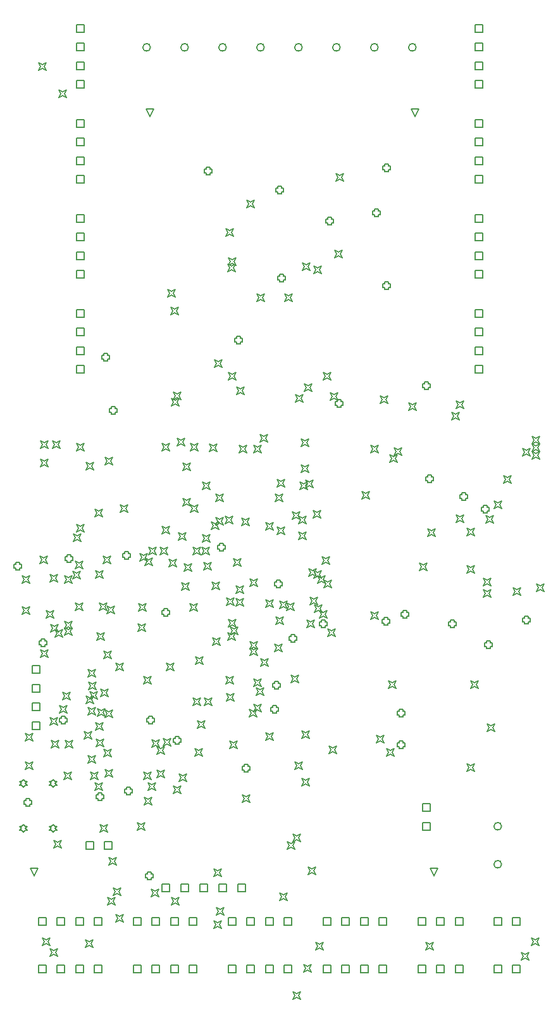
<source format=gbr>
%TF.GenerationSoftware,Altium Limited,Altium Designer,21.0.4 (50)*%
G04 Layer_Color=2752767*
%FSLAX25Y25*%
%MOIN*%
%TF.SameCoordinates,7C4F9ACF-F1D8-4562-922E-26F05696B097*%
%TF.FilePolarity,Positive*%
%TF.FileFunction,Drawing*%
%TF.Part,Single*%
G01*
G75*
%TA.AperFunction,NonConductor*%
%ADD107C,0.00500*%
%ADD108C,0.00667*%
D107*
X220500Y102843D02*
Y106843D01*
X224500D01*
Y102843D01*
X220500D01*
Y93000D02*
Y97000D01*
X224500D01*
Y93000D01*
X220500D01*
X226378Y68866D02*
X224378Y72866D01*
X228378D01*
X226378Y68866D01*
X43000Y83000D02*
Y87000D01*
X47000D01*
Y83000D01*
X43000D01*
X52843D02*
Y87000D01*
X56843D01*
Y83000D01*
X52843D01*
X123000Y60500D02*
Y64500D01*
X127000D01*
Y60500D01*
X123000D01*
X103000D02*
Y64500D01*
X107000D01*
Y60500D01*
X103000D01*
X113000D02*
Y64500D01*
X117000D01*
Y60500D01*
X113000D01*
X93000D02*
Y64500D01*
X97000D01*
Y60500D01*
X93000D01*
X83000D02*
Y64500D01*
X87000D01*
Y60500D01*
X83000D01*
X14732Y145973D02*
Y149973D01*
X18732D01*
Y145973D01*
X14732D01*
X14732Y155815D02*
Y159815D01*
X18732D01*
Y155815D01*
X14732D01*
X218000Y18000D02*
Y22000D01*
X222000D01*
Y18000D01*
X218000D01*
X118000Y43000D02*
Y47000D01*
X122000D01*
Y43000D01*
X118000D01*
Y18000D02*
Y22000D01*
X122000D01*
Y18000D01*
X118000D01*
X168000D02*
Y22000D01*
X172000D01*
Y18000D01*
X168000D01*
X97527Y43000D02*
Y47000D01*
X101527D01*
Y43000D01*
X97527D01*
X68000Y18000D02*
Y22000D01*
X72000D01*
Y18000D01*
X68000D01*
X10000Y91878D02*
X11000Y92878D01*
X12000D01*
X11000Y93878D01*
X12000Y94878D01*
X11000D01*
X10000Y95878D01*
X9000Y94878D01*
X8000D01*
X9000Y93878D01*
X8000Y92878D01*
X9000D01*
X10000Y91878D01*
X14732Y175500D02*
Y179500D01*
X18732D01*
Y175500D01*
X14732D01*
Y165657D02*
Y169657D01*
X18732D01*
Y165657D01*
X14732D01*
X15748Y68866D02*
X13748Y72866D01*
X17748D01*
X15748Y68866D01*
X216535Y468472D02*
X214535Y472472D01*
X218535D01*
X216535Y468472D01*
X27842Y18000D02*
Y22000D01*
X31842D01*
Y18000D01*
X27842D01*
X37685D02*
Y22000D01*
X41685D01*
Y18000D01*
X37685D01*
X47527D02*
Y22000D01*
X51527D01*
Y18000D01*
X47527D01*
X18000Y18000D02*
Y22000D01*
X22000D01*
Y18000D01*
X18000D01*
X77842Y43000D02*
Y47000D01*
X81842D01*
Y43000D01*
X77842D01*
X87685D02*
Y47000D01*
X91685D01*
Y43000D01*
X87685D01*
X68000Y43000D02*
Y47000D01*
X72000D01*
Y43000D01*
X68000D01*
X227843Y18000D02*
Y22000D01*
X231843D01*
Y18000D01*
X227843D01*
X237685D02*
Y22000D01*
X241685D01*
Y18000D01*
X237685D01*
X218000Y43000D02*
Y47000D01*
X222000D01*
Y43000D01*
X218000D01*
X227843D02*
Y47000D01*
X231843D01*
Y43000D01*
X227843D01*
X237685D02*
Y47000D01*
X241685D01*
Y43000D01*
X237685D01*
X267843D02*
Y47000D01*
X271843D01*
Y43000D01*
X267843D01*
X258000D02*
Y47000D01*
X262000D01*
Y43000D01*
X258000D01*
X267843Y18000D02*
Y22000D01*
X271843D01*
Y18000D01*
X267843D01*
X258000D02*
Y22000D01*
X262000D01*
Y18000D01*
X258000D01*
X147527Y43000D02*
Y47000D01*
X151527D01*
Y43000D01*
X147527D01*
X137685D02*
Y47000D01*
X141685D01*
Y43000D01*
X137685D01*
X127842D02*
Y47000D01*
X131842D01*
Y43000D01*
X127842D01*
X147527Y18000D02*
Y22000D01*
X151527D01*
Y18000D01*
X147527D01*
X137685D02*
Y22000D01*
X141685D01*
Y18000D01*
X137685D01*
X127842D02*
Y22000D01*
X131842D01*
Y18000D01*
X127842D01*
X197527D02*
Y22000D01*
X201527D01*
Y18000D01*
X197527D01*
X187685D02*
Y22000D01*
X191685D01*
Y18000D01*
X187685D01*
X177842D02*
Y22000D01*
X181842D01*
Y18000D01*
X177842D01*
X18000Y43000D02*
Y47000D01*
X22000D01*
Y43000D01*
X18000D01*
X47527Y43000D02*
Y47000D01*
X51527D01*
Y43000D01*
X47527D01*
X37685D02*
Y47000D01*
X41685D01*
Y43000D01*
X37685D01*
X27842D02*
Y47000D01*
X31842D01*
Y43000D01*
X27842D01*
X168000Y43000D02*
Y47000D01*
X172000D01*
Y43000D01*
X168000D01*
X197527Y43000D02*
Y47000D01*
X201527D01*
Y43000D01*
X197527D01*
X187685D02*
Y47000D01*
X191685D01*
Y43000D01*
X187685D01*
X177842D02*
Y47000D01*
X181842D01*
Y43000D01*
X177842D01*
X97527Y18000D02*
Y22000D01*
X101527D01*
Y18000D01*
X97527D01*
X87685D02*
Y22000D01*
X91685D01*
Y18000D01*
X87685D01*
X77842D02*
Y22000D01*
X81842D01*
Y18000D01*
X77842D01*
X10000Y115500D02*
X11000Y116500D01*
X12000D01*
X11000Y117500D01*
X12000Y118500D01*
X11000D01*
X10000Y119500D01*
X9000Y118500D01*
X8000D01*
X9000Y117500D01*
X8000Y116500D01*
X9000D01*
X10000Y115500D01*
X25748D02*
X26748Y116500D01*
X27748D01*
X26748Y117500D01*
X27748Y118500D01*
X26748D01*
X25748Y119500D01*
X24748Y118500D01*
X23748D01*
X24748Y117500D01*
X23748Y116500D01*
X24748D01*
X25748Y115500D01*
Y91878D02*
X26748Y92878D01*
X27748D01*
X26748Y93878D01*
X27748Y94878D01*
X26748D01*
X25748Y95878D01*
X24748Y94878D01*
X23748D01*
X24748Y93878D01*
X23748Y92878D01*
X24748D01*
X25748Y91878D01*
X76772Y468472D02*
X74772Y472472D01*
X78772D01*
X76772Y468472D01*
X248000Y353157D02*
Y357157D01*
X252000D01*
Y353157D01*
X248000D01*
Y363000D02*
Y367000D01*
X252000D01*
Y363000D01*
X248000D01*
Y343315D02*
Y347315D01*
X252000D01*
Y343315D01*
X248000D01*
Y333472D02*
Y337472D01*
X252000D01*
Y333472D01*
X248000D01*
Y403157D02*
Y407157D01*
X252000D01*
Y403157D01*
X248000D01*
Y413000D02*
Y417000D01*
X252000D01*
Y413000D01*
X248000D01*
Y393315D02*
Y397315D01*
X252000D01*
Y393315D01*
X248000D01*
Y383472D02*
Y387472D01*
X252000D01*
Y383472D01*
X248000D01*
X38000Y363000D02*
Y367000D01*
X42000D01*
Y363000D01*
X38000D01*
Y353157D02*
Y357157D01*
X42000D01*
Y353157D01*
X38000D01*
Y333472D02*
Y337472D01*
X42000D01*
Y333472D01*
X38000D01*
Y343315D02*
Y347315D01*
X42000D01*
Y343315D01*
X38000D01*
Y413000D02*
Y417000D01*
X42000D01*
Y413000D01*
X38000D01*
Y403157D02*
Y407157D01*
X42000D01*
Y403157D01*
X38000D01*
Y383472D02*
Y387472D01*
X42000D01*
Y383472D01*
X38000D01*
Y393315D02*
Y397315D01*
X42000D01*
Y393315D01*
X38000D01*
Y513000D02*
Y517000D01*
X42000D01*
Y513000D01*
X38000D01*
Y503157D02*
Y507157D01*
X42000D01*
Y503157D01*
X38000D01*
Y483472D02*
Y487472D01*
X42000D01*
Y483472D01*
X38000D01*
Y493315D02*
Y497315D01*
X42000D01*
Y493315D01*
X38000D01*
Y463000D02*
Y467000D01*
X42000D01*
Y463000D01*
X38000D01*
Y453157D02*
Y457157D01*
X42000D01*
Y453157D01*
X38000D01*
Y433472D02*
Y437472D01*
X42000D01*
Y433472D01*
X38000D01*
Y443315D02*
Y447315D01*
X42000D01*
Y443315D01*
X38000D01*
X248000Y453157D02*
Y457157D01*
X252000D01*
Y453157D01*
X248000D01*
Y463000D02*
Y467000D01*
X252000D01*
Y463000D01*
X248000D01*
Y443315D02*
Y447315D01*
X252000D01*
Y443315D01*
X248000D01*
Y433472D02*
Y437472D01*
X252000D01*
Y433472D01*
X248000D01*
Y503157D02*
Y507157D01*
X252000D01*
Y503157D01*
X248000D01*
Y513000D02*
Y517000D01*
X252000D01*
Y513000D01*
X248000D01*
Y493315D02*
Y497315D01*
X252000D01*
Y493315D01*
X248000D01*
Y483472D02*
Y487472D01*
X252000D01*
Y483472D01*
X248000D01*
X105500Y158500D02*
X106500Y160500D01*
X105500Y162500D01*
X107500Y161500D01*
X109500Y162500D01*
X108500Y160500D01*
X109500Y158500D01*
X107500Y159500D01*
X105500Y158500D01*
X129200Y152592D02*
X130200Y154592D01*
X129200Y156592D01*
X131200Y155592D01*
X133200Y156592D01*
X132200Y154592D01*
X133200Y152592D01*
X131200Y153592D01*
X129200Y152592D01*
X131562Y155182D02*
X132562Y157182D01*
X131562Y159182D01*
X133562Y158182D01*
X135562Y159182D01*
X134562Y157182D01*
X135562Y155182D01*
X133562Y156182D01*
X131562Y155182D01*
X111800Y48300D02*
X112800Y50300D01*
X111800Y52300D01*
X113800Y51300D01*
X115800Y52300D01*
X114800Y50300D01*
X115800Y48300D01*
X113800Y49300D01*
X111800Y48300D01*
X73800Y106400D02*
X74800Y108400D01*
X73800Y110400D01*
X75800Y109400D01*
X77800Y110400D01*
X76800Y108400D01*
X77800Y106400D01*
X75800Y107400D01*
X73800Y106400D01*
X156700Y141200D02*
X157700Y143200D01*
X156700Y145200D01*
X158700Y144200D01*
X160700Y145200D01*
X159700Y143200D01*
X160700Y141200D01*
X158700Y142200D01*
X156700Y141200D01*
X54500Y53700D02*
X55500Y55700D01*
X54500Y57700D01*
X56500Y56700D01*
X58500Y57700D01*
X57500Y55700D01*
X58500Y53700D01*
X56500Y54700D01*
X54500Y53700D01*
X88000Y53500D02*
X89000Y55500D01*
X88000Y57500D01*
X90000Y56500D01*
X92000Y57500D01*
X91000Y55500D01*
X92000Y53500D01*
X90000Y54500D01*
X88000Y53500D01*
X20000Y32200D02*
X21000Y34200D01*
X20000Y36200D01*
X22000Y35200D01*
X24000Y36200D01*
X23000Y34200D01*
X24000Y32200D01*
X22000Y33200D01*
X20000Y32200D01*
X77300Y58000D02*
X78300Y60000D01*
X77300Y62000D01*
X79300Y61000D01*
X81300Y62000D01*
X80300Y60000D01*
X81300Y58000D01*
X79300Y59000D01*
X77300Y58000D01*
X57500Y58700D02*
X58500Y60700D01*
X57500Y62700D01*
X59500Y61700D01*
X61500Y62700D01*
X60500Y60700D01*
X61500Y58700D01*
X59500Y59700D01*
X57500Y58700D01*
X94900Y229200D02*
X95900Y231200D01*
X94900Y233200D01*
X96900Y232200D01*
X98900Y233200D01*
X97900Y231200D01*
X98900Y229200D01*
X96900Y230200D01*
X94900Y229200D01*
X272449Y24594D02*
X273449Y26594D01*
X272449Y28594D01*
X274449Y27594D01*
X276449Y28594D01*
X275449Y26594D01*
X276449Y24594D01*
X274449Y25594D01*
X272449Y24594D01*
X97800Y208200D02*
X98800Y210200D01*
X97800Y212200D01*
X99800Y211200D01*
X101800Y212200D01*
X100800Y210200D01*
X101800Y208200D01*
X99800Y209200D01*
X97800Y208200D01*
X243600Y124063D02*
X244600Y126063D01*
X243600Y128063D01*
X245600Y127063D01*
X247600Y128063D01*
X246600Y126063D01*
X247600Y124063D01*
X245600Y125063D01*
X243600Y124063D01*
X99300Y158500D02*
X100300Y160500D01*
X99300Y162500D01*
X101300Y161500D01*
X103300Y162500D01*
X102300Y160500D01*
X103300Y158500D01*
X101300Y159500D01*
X99300Y158500D01*
X93315Y219332D02*
X94315Y221332D01*
X93315Y223332D01*
X95315Y222332D01*
X97315Y223332D01*
X96315Y221332D01*
X97315Y219332D01*
X95315Y220332D01*
X93315Y219332D01*
X171600Y319200D02*
X172600Y321200D01*
X171600Y323200D01*
X173600Y322200D01*
X175600Y323200D01*
X174600Y321200D01*
X175600Y319200D01*
X173600Y320200D01*
X171600Y319200D01*
X58700Y44600D02*
X59700Y46600D01*
X58700Y48600D01*
X60700Y47600D01*
X62700Y48600D01*
X61700Y46600D01*
X62700Y44600D01*
X60700Y45600D01*
X58700Y44600D01*
X48762Y192762D02*
X49762Y194762D01*
X48762Y196762D01*
X50762Y195762D01*
X52762Y196762D01*
X51762Y194762D01*
X52762Y192762D01*
X50762Y193762D01*
X48762Y192762D01*
X69969Y93000D02*
X70969Y95000D01*
X69969Y97000D01*
X71969Y96000D01*
X73969Y97000D01*
X72969Y95000D01*
X73969Y93000D01*
X71969Y94000D01*
X69969Y93000D01*
X160000Y69600D02*
X161000Y71600D01*
X160000Y73600D01*
X162000Y72600D01*
X164000Y73600D01*
X163000Y71600D01*
X164000Y69600D01*
X162000Y70600D01*
X160000Y69600D01*
X157600Y18400D02*
X158600Y20400D01*
X157600Y22400D01*
X159600Y21400D01*
X161600Y22400D01*
X160600Y20400D01*
X161600Y18400D01*
X159600Y19400D01*
X157600Y18400D01*
X156800Y116200D02*
X157800Y118200D01*
X156800Y120200D01*
X158800Y119200D01*
X160800Y120200D01*
X159800Y118200D01*
X160800Y116200D01*
X158800Y117200D01*
X156800Y116200D01*
X201300Y131800D02*
X202300Y133800D01*
X201300Y135800D01*
X203300Y134800D01*
X205300Y135800D01*
X204300Y133800D01*
X205300Y131800D01*
X203300Y132800D01*
X201300Y131800D01*
X137685Y140300D02*
X138685Y142300D01*
X137685Y144300D01*
X139685Y143300D01*
X141685Y144300D01*
X140685Y142300D01*
X141685Y140300D01*
X139685Y141300D01*
X137685Y140300D01*
X171100Y133200D02*
X172100Y135200D01*
X171100Y137200D01*
X173100Y136200D01*
X175100Y137200D01*
X174100Y135200D01*
X175100Y133200D01*
X173100Y134200D01*
X171100Y133200D01*
X36400Y245000D02*
X37400Y247000D01*
X36400Y249000D01*
X38400Y248000D01*
X40400Y249000D01*
X39400Y247000D01*
X40400Y245000D01*
X38400Y246000D01*
X36400Y245000D01*
X143800Y248581D02*
X144800Y250581D01*
X143800Y252581D01*
X145800Y251581D01*
X147800Y252581D01*
X146800Y250581D01*
X147800Y248581D01*
X145800Y249581D01*
X143800Y248581D01*
X243800Y248000D02*
X244800Y250000D01*
X243800Y252000D01*
X245800Y251000D01*
X247800Y252000D01*
X246800Y250000D01*
X247800Y248000D01*
X245800Y249000D01*
X243800Y248000D01*
X117606Y386800D02*
X118606Y388800D01*
X117606Y390800D01*
X119606Y389800D01*
X121606Y390800D01*
X120606Y388800D01*
X121606Y386800D01*
X119606Y387800D01*
X117606Y386800D01*
X174800Y434700D02*
X175800Y436700D01*
X174800Y438700D01*
X176800Y437700D01*
X178800Y438700D01*
X177800Y436700D01*
X178800Y434700D01*
X176800Y435700D01*
X174800Y434700D01*
X58906Y176900D02*
X59906Y178900D01*
X58906Y180900D01*
X60906Y179900D01*
X62906Y180900D01*
X61906Y178900D01*
X62906Y176900D01*
X60906Y177900D01*
X58906Y176900D01*
X85500D02*
X86500Y178900D01*
X85500Y180900D01*
X87500Y179900D01*
X89500Y180900D01*
X88500Y178900D01*
X89500Y176900D01*
X87500Y177900D01*
X85500Y176900D01*
X116300Y254100D02*
X117300Y256100D01*
X116300Y258100D01*
X118300Y257100D01*
X120300Y258100D01*
X119300Y256100D01*
X120300Y254100D01*
X118300Y255100D01*
X116300Y254100D01*
X111500Y253500D02*
X112500Y255500D01*
X111500Y257500D01*
X113500Y256500D01*
X115500Y257500D01*
X114500Y255500D01*
X115500Y253500D01*
X113500Y254500D01*
X111500Y253500D01*
Y266000D02*
X112500Y268000D01*
X111500Y270000D01*
X113500Y269000D01*
X115500Y270000D01*
X114500Y268000D01*
X115500Y266000D01*
X113500Y267000D01*
X111500Y266000D01*
X142800D02*
X143800Y268000D01*
X142800Y270000D01*
X144800Y269000D01*
X146800Y270000D01*
X145800Y268000D01*
X146800Y266000D01*
X144800Y267000D01*
X142800Y266000D01*
X143600Y273600D02*
X144600Y275600D01*
X143600Y277600D01*
X145600Y276600D01*
X147600Y277600D01*
X146600Y275600D01*
X147600Y273600D01*
X145600Y274600D01*
X143600Y273600D01*
X156300Y281300D02*
X157300Y283300D01*
X156300Y285300D01*
X158300Y284300D01*
X160300Y285300D01*
X159300Y283300D01*
X160300Y281300D01*
X158300Y282300D01*
X156300Y281300D01*
X153500Y318100D02*
X154500Y320100D01*
X153500Y322100D01*
X155500Y321100D01*
X157500Y322100D01*
X156500Y320100D01*
X157500Y318100D01*
X155500Y319100D01*
X153500Y318100D01*
X147800Y371400D02*
X148800Y373400D01*
X147800Y375400D01*
X149800Y374400D01*
X151800Y375400D01*
X150800Y373400D01*
X151800Y371400D01*
X149800Y372400D01*
X147800Y371400D01*
X133200D02*
X134200Y373400D01*
X133200Y375400D01*
X135200Y374400D01*
X137200Y375400D01*
X136200Y373400D01*
X137200Y371400D01*
X135200Y372400D01*
X133200Y371400D01*
X188500Y267300D02*
X189500Y269300D01*
X188500Y271300D01*
X190500Y270300D01*
X192500Y271300D01*
X191500Y269300D01*
X192500Y267300D01*
X190500Y268300D01*
X188500Y267300D01*
X163200Y385800D02*
X164200Y387800D01*
X163200Y389800D01*
X165200Y388800D01*
X167200Y389800D01*
X166200Y387800D01*
X167200Y385800D01*
X165200Y386800D01*
X163200Y385800D01*
X174000Y394200D02*
X175000Y396200D01*
X174000Y398200D01*
X176000Y397200D01*
X178000Y398200D01*
X177000Y396200D01*
X178000Y394200D01*
X176000Y395200D01*
X174000Y394200D01*
X104300Y244600D02*
X105300Y246600D01*
X104300Y248600D01*
X106300Y247600D01*
X108300Y248600D01*
X107300Y246600D01*
X108300Y244600D01*
X106300Y245600D01*
X104300Y244600D01*
Y272250D02*
X105300Y274250D01*
X104300Y276250D01*
X106300Y275250D01*
X108300Y276250D01*
X107300Y274250D01*
X108300Y272250D01*
X106300Y273250D01*
X104300Y272250D01*
X155700Y272121D02*
X156700Y274121D01*
X155700Y276121D01*
X157700Y275121D01*
X159700Y276121D01*
X158700Y274121D01*
X159700Y272121D01*
X157700Y273121D01*
X155700Y272121D01*
X151800Y256662D02*
X152800Y258662D01*
X151800Y260662D01*
X153800Y259662D01*
X155800Y260662D01*
X154800Y258662D01*
X155800Y256662D01*
X153800Y257662D01*
X151800Y256662D01*
X158669Y273269D02*
X159669Y275269D01*
X158669Y277269D01*
X160669Y276269D01*
X162669Y277269D01*
X161669Y275269D01*
X162669Y273269D01*
X160669Y274269D01*
X158669Y273269D01*
X122300Y322100D02*
X123300Y324100D01*
X122300Y326100D01*
X124300Y325100D01*
X126300Y326100D01*
X125300Y324100D01*
X126300Y322100D01*
X124300Y323100D01*
X122300Y322100D01*
X19100Y284300D02*
X20100Y286300D01*
X19100Y288300D01*
X21100Y287300D01*
X23100Y288300D01*
X22100Y286300D01*
X23100Y284300D01*
X21100Y285300D01*
X19100Y284300D01*
X118000Y390200D02*
X119000Y392200D01*
X118000Y394200D01*
X120000Y393200D01*
X122000Y394200D01*
X121000Y392200D01*
X122000Y390200D01*
X120000Y391200D01*
X118000Y390200D01*
X127843Y420700D02*
X128843Y422700D01*
X127843Y424700D01*
X129843Y423700D01*
X131843Y424700D01*
X130843Y422700D01*
X131843Y420700D01*
X129843Y421700D01*
X127843Y420700D01*
X158157Y324000D02*
X159157Y326000D01*
X158157Y328000D01*
X160157Y327000D01*
X162157Y328000D01*
X161157Y326000D01*
X162157Y324000D01*
X160157Y325000D01*
X158157Y324000D01*
X258000Y262300D02*
X259000Y264300D01*
X258000Y266300D01*
X260000Y265300D01*
X262000Y266300D01*
X261000Y264300D01*
X262000Y262300D01*
X260000Y263300D01*
X258000Y262300D01*
X168000Y330000D02*
X169000Y332000D01*
X168000Y334000D01*
X170000Y333000D01*
X172000Y334000D01*
X171000Y332000D01*
X172000Y330000D01*
X170000Y331000D01*
X168000Y330000D01*
X26900Y194600D02*
X27900Y196600D01*
X26900Y198600D01*
X28900Y197600D01*
X30900Y198600D01*
X29900Y196600D01*
X30900Y194600D01*
X28900Y195600D01*
X26900Y194600D01*
X116700Y405700D02*
X117700Y407700D01*
X116700Y409700D01*
X118700Y408700D01*
X120700Y409700D01*
X119700Y407700D01*
X120700Y405700D01*
X118700Y406700D01*
X116700Y405700D01*
X131400Y291600D02*
X132400Y293600D01*
X131400Y295600D01*
X133400Y294600D01*
X135400Y295600D01*
X134400Y293600D01*
X135400Y291600D01*
X133400Y292600D01*
X131400Y291600D01*
X134728Y297200D02*
X135728Y299200D01*
X134728Y301200D01*
X136728Y300200D01*
X138728Y301200D01*
X137728Y299200D01*
X138728Y297200D01*
X136728Y298200D01*
X134728Y297200D01*
X118000Y330000D02*
X119000Y332000D01*
X118000Y334000D01*
X120000Y333000D01*
X122000Y334000D01*
X121000Y332000D01*
X122000Y330000D01*
X120000Y331000D01*
X118000Y330000D01*
X137800Y250900D02*
X138800Y252900D01*
X137800Y254900D01*
X139800Y253900D01*
X141800Y254900D01*
X140800Y252900D01*
X141800Y250900D01*
X139800Y251900D01*
X137800Y250900D01*
X167300Y233000D02*
X168300Y235000D01*
X167300Y237000D01*
X169300Y236000D01*
X171300Y237000D01*
X170300Y235000D01*
X171300Y233000D01*
X169300Y234000D01*
X167300Y233000D01*
X89200Y319700D02*
X90200Y321700D01*
X89200Y323700D01*
X91200Y322700D01*
X93200Y323700D01*
X92200Y321700D01*
X93200Y319700D01*
X91200Y320700D01*
X89200Y319700D01*
X87800Y364220D02*
X88800Y366220D01*
X87800Y368220D01*
X89800Y367220D01*
X91800Y368220D01*
X90800Y366220D01*
X91800Y364220D01*
X89800Y365220D01*
X87800Y364220D01*
X129299Y188394D02*
X130299Y190394D01*
X129299Y192394D01*
X131299Y191394D01*
X133299Y192394D01*
X132299Y190394D01*
X133299Y188394D01*
X131299Y189394D01*
X129299Y188394D01*
X91700Y245681D02*
X92700Y247681D01*
X91700Y249681D01*
X93700Y248681D01*
X95700Y249681D01*
X94700Y247681D01*
X95700Y245681D01*
X93700Y246681D01*
X91700Y245681D01*
X109601Y190333D02*
X110601Y192333D01*
X109601Y194333D01*
X111601Y193333D01*
X113601Y194333D01*
X112601Y192333D01*
X113601Y190333D01*
X111601Y191333D01*
X109601Y190333D01*
X83000Y249000D02*
X84000Y251000D01*
X83000Y253000D01*
X85000Y252000D01*
X87000Y253000D01*
X86000Y251000D01*
X87000Y249000D01*
X85000Y250000D01*
X83000Y249000D01*
X88000Y316400D02*
X89000Y318400D01*
X88000Y320400D01*
X90000Y319400D01*
X92000Y320400D01*
X91000Y318400D01*
X92000Y316400D01*
X90000Y317400D01*
X88000Y316400D01*
X203000Y286569D02*
X204000Y288569D01*
X203000Y290569D01*
X205000Y289569D01*
X207000Y290569D01*
X206000Y288569D01*
X207000Y286569D01*
X205000Y287569D01*
X203000Y286569D01*
X205400Y290100D02*
X206400Y292100D01*
X205400Y294100D01*
X207400Y293100D01*
X209400Y294100D01*
X208400Y292100D01*
X209400Y290100D01*
X207400Y291100D01*
X205400Y290100D01*
X148900Y208474D02*
X149900Y210474D01*
X148900Y212474D01*
X150900Y211474D01*
X152900Y212474D01*
X151900Y210474D01*
X152900Y208474D01*
X150900Y209474D01*
X148900Y208474D01*
X218800Y229500D02*
X219800Y231500D01*
X218800Y233500D01*
X220800Y232500D01*
X222800Y233500D01*
X221800Y231500D01*
X222800Y229500D01*
X220800Y230500D01*
X218800Y229500D01*
X223000Y247700D02*
X224000Y249700D01*
X223000Y251700D01*
X225000Y250700D01*
X227000Y251700D01*
X226000Y249700D01*
X227000Y247700D01*
X225000Y248700D01*
X223000Y247700D01*
X91200Y295100D02*
X92200Y297100D01*
X91200Y299100D01*
X93200Y298100D01*
X95200Y299100D01*
X94200Y297100D01*
X95200Y295100D01*
X93200Y296100D01*
X91200Y295100D01*
X109200Y251400D02*
X110200Y253400D01*
X109200Y255400D01*
X111200Y254400D01*
X113200Y255400D01*
X112200Y253400D01*
X113200Y251400D01*
X111200Y252400D01*
X109200Y251400D01*
X110600Y336600D02*
X111600Y338600D01*
X110600Y340600D01*
X112600Y339600D01*
X114600Y340600D01*
X113600Y338600D01*
X114600Y336600D01*
X112600Y337600D01*
X110600Y336600D01*
X273000Y289900D02*
X274000Y291900D01*
X273000Y293900D01*
X275000Y292900D01*
X277000Y293900D01*
X276000Y291900D01*
X277000Y289900D01*
X275000Y290900D01*
X273000Y289900D01*
X198000Y317700D02*
X199000Y319700D01*
X198000Y321700D01*
X200000Y320700D01*
X202000Y321700D01*
X201000Y319700D01*
X202000Y317700D01*
X200000Y318700D01*
X198000Y317700D01*
X278000Y288200D02*
X279000Y290200D01*
X278000Y292200D01*
X280000Y291200D01*
X282000Y292200D01*
X281000Y290200D01*
X282000Y288200D01*
X280000Y289200D01*
X278000Y288200D01*
X47800Y257900D02*
X48800Y259900D01*
X47800Y261900D01*
X49800Y260900D01*
X51800Y261900D01*
X50800Y259900D01*
X51800Y257900D01*
X49800Y258900D01*
X47800Y257900D01*
X28700Y478500D02*
X29700Y480500D01*
X28700Y482500D01*
X30700Y481500D01*
X32700Y482500D01*
X31700Y480500D01*
X32700Y478500D01*
X30700Y479500D01*
X28700Y478500D01*
X278000Y296300D02*
X279000Y298300D01*
X278000Y300300D01*
X280000Y299300D01*
X282000Y300300D01*
X281000Y298300D01*
X282000Y296300D01*
X280000Y297300D01*
X278000Y296300D01*
Y292300D02*
X279000Y294300D01*
X278000Y296300D01*
X280000Y295300D01*
X282000Y296300D01*
X281000Y294300D01*
X282000Y292300D01*
X280000Y293300D01*
X278000Y292300D01*
X18000Y493000D02*
X19000Y495000D01*
X18000Y497000D01*
X20000Y496000D01*
X22000Y497000D01*
X21000Y495000D01*
X22000Y493000D01*
X20000Y494000D01*
X18000Y493000D01*
X86000Y373500D02*
X87000Y375500D01*
X86000Y377500D01*
X88000Y376500D01*
X90000Y377500D01*
X89000Y375500D01*
X90000Y373500D01*
X88000Y374500D01*
X86000Y373500D01*
X26000Y83680D02*
X27000Y85680D01*
X26000Y87680D01*
X28000Y86680D01*
X30000Y87680D01*
X29000Y85680D01*
X30000Y83680D01*
X28000Y84680D01*
X26000Y83680D01*
X31662Y195500D02*
X32662Y197500D01*
X31662Y199500D01*
X33662Y198500D01*
X35662Y199500D01*
X34662Y197500D01*
X35662Y195500D01*
X33662Y196500D01*
X31662Y195500D01*
Y199000D02*
X32662Y201000D01*
X31662Y203000D01*
X33662Y202000D01*
X35662Y203000D01*
X34662Y201000D01*
X35662Y199000D01*
X33662Y200000D01*
X31662Y199000D01*
X70900Y208200D02*
X71900Y210200D01*
X70900Y212200D01*
X72900Y211200D01*
X74900Y212200D01*
X73900Y210200D01*
X74900Y208200D01*
X72900Y209200D01*
X70900Y208200D01*
X54000Y207000D02*
X55000Y209000D01*
X54000Y211000D01*
X56000Y210000D01*
X58000Y211000D01*
X57000Y209000D01*
X58000Y207000D01*
X56000Y208000D01*
X54000Y207000D01*
X71500Y234574D02*
X72500Y236574D01*
X71500Y238574D01*
X73500Y237574D01*
X75500Y238574D01*
X74500Y236574D01*
X75500Y234574D01*
X73500Y235574D01*
X71500Y234574D01*
X80500Y133000D02*
X81500Y135000D01*
X80500Y137000D01*
X82500Y136000D01*
X84500Y137000D01*
X83500Y135000D01*
X84500Y133000D01*
X82500Y134000D01*
X80500Y133000D01*
X100500Y131938D02*
X101500Y133938D01*
X100500Y135938D01*
X102500Y134938D01*
X104500Y135938D01*
X103500Y133938D01*
X104500Y131938D01*
X102500Y132938D01*
X100500Y131938D01*
X80500Y120500D02*
X81500Y122500D01*
X80500Y124500D01*
X82500Y123500D01*
X84500Y124500D01*
X83500Y122500D01*
X84500Y120500D01*
X82500Y121500D01*
X80500Y120500D01*
X117862Y192762D02*
X118862Y194762D01*
X117862Y196762D01*
X119862Y195762D01*
X121862Y196762D01*
X120862Y194762D01*
X121862Y192762D01*
X119862Y193762D01*
X117862Y192762D01*
X160300Y226500D02*
X161300Y228500D01*
X160300Y230500D01*
X162300Y229500D01*
X164300Y230500D01*
X163300Y228500D01*
X164300Y226500D01*
X162300Y227500D01*
X160300Y226500D01*
X243669Y228315D02*
X244669Y230315D01*
X243669Y232315D01*
X245669Y231315D01*
X247669Y232315D01*
X246669Y230315D01*
X247669Y228315D01*
X245669Y229315D01*
X243669Y228315D01*
X77900Y136706D02*
X78900Y138706D01*
X77900Y140706D01*
X79900Y139706D01*
X81900Y140706D01*
X80900Y138706D01*
X81900Y136706D01*
X79900Y137706D01*
X77900Y136706D01*
X75800Y114000D02*
X76800Y116000D01*
X75800Y118000D01*
X77800Y117000D01*
X79800Y118000D01*
X78800Y116000D01*
X79800Y114000D01*
X77800Y115000D01*
X75800Y114000D01*
X24400Y197400D02*
X25400Y199400D01*
X24400Y201400D01*
X26400Y200400D01*
X28400Y201400D01*
X27400Y199400D01*
X28400Y197400D01*
X26400Y198400D01*
X24400Y197400D01*
X19200Y294000D02*
X20200Y296000D01*
X19200Y298000D01*
X21200Y297000D01*
X23200Y298000D01*
X22200Y296000D01*
X23200Y294000D01*
X21200Y295000D01*
X19200Y294000D01*
X135200Y179300D02*
X136200Y181300D01*
X135200Y183300D01*
X137200Y182300D01*
X139200Y183300D01*
X138200Y181300D01*
X139200Y179300D01*
X137200Y180300D01*
X135200Y179300D01*
X52400Y183100D02*
X53400Y185100D01*
X52400Y187100D01*
X54400Y186100D01*
X56400Y187100D01*
X55400Y185100D01*
X56400Y183100D01*
X54400Y184100D01*
X52400Y183100D01*
X31800Y223000D02*
X32800Y225000D01*
X31800Y227000D01*
X33800Y226000D01*
X35800Y227000D01*
X34800Y225000D01*
X35800Y223000D01*
X33800Y224000D01*
X31800Y223000D01*
X38000Y250000D02*
X39000Y252000D01*
X38000Y254000D01*
X40000Y253000D01*
X42000Y254000D01*
X41000Y252000D01*
X42000Y250000D01*
X40000Y251000D01*
X38000Y250000D01*
X162900Y257300D02*
X163900Y259300D01*
X162900Y261300D01*
X164900Y260300D01*
X166900Y261300D01*
X165900Y259300D01*
X166900Y257300D01*
X164900Y258300D01*
X162900Y257300D01*
X109457Y219563D02*
X110457Y221563D01*
X109457Y223563D01*
X111457Y222563D01*
X113457Y223563D01*
X112457Y221563D01*
X113457Y219563D01*
X111457Y220563D01*
X109457Y219563D01*
X122000Y217594D02*
X123000Y219594D01*
X122000Y221594D01*
X124000Y220594D01*
X126000Y221594D01*
X125000Y219594D01*
X126000Y217594D01*
X124000Y218594D01*
X122000Y217594D01*
X129338Y221137D02*
X130338Y223137D01*
X129338Y225137D01*
X131338Y224137D01*
X133338Y225137D01*
X132338Y223137D01*
X133338Y221137D01*
X131338Y222137D01*
X129338Y221137D01*
X36138Y225301D02*
X37138Y227301D01*
X36138Y229301D01*
X38138Y228301D01*
X40138Y229301D01*
X39138Y227301D01*
X40138Y225301D01*
X38138Y226301D01*
X36138Y225301D01*
X89100Y112100D02*
X90100Y114100D01*
X89100Y116100D01*
X91100Y115100D01*
X93100Y116100D01*
X92100Y114100D01*
X93100Y112100D01*
X91100Y113100D01*
X89100Y112100D01*
X48500Y137000D02*
X49500Y139000D01*
X48500Y141000D01*
X50500Y140000D01*
X52500Y141000D01*
X51500Y139000D01*
X52500Y137000D01*
X50500Y138000D01*
X48500Y137000D01*
X32000Y136169D02*
X33000Y138169D01*
X32000Y140169D01*
X34000Y139169D01*
X36000Y140169D01*
X35000Y138169D01*
X36000Y136169D01*
X34000Y137169D01*
X32000Y136169D01*
X110500Y41362D02*
X111500Y43362D01*
X110500Y45362D01*
X112500Y44362D01*
X114500Y45362D01*
X113500Y43362D01*
X114500Y41362D01*
X112500Y42362D01*
X110500Y41362D01*
X164000Y30038D02*
X165000Y32038D01*
X164000Y34038D01*
X166000Y33038D01*
X168000Y34038D01*
X167000Y32038D01*
X168000Y30038D01*
X166000Y31038D01*
X164000Y30038D01*
X48000Y145500D02*
X49000Y147500D01*
X48000Y149500D01*
X50000Y148500D01*
X52000Y149500D01*
X51000Y147500D01*
X52000Y145500D01*
X50000Y146500D01*
X48000Y145500D01*
X44975Y161983D02*
X45975Y163983D01*
X44975Y165983D01*
X46975Y164983D01*
X48975Y165983D01*
X47975Y163983D01*
X48975Y161983D01*
X46975Y162983D01*
X44975Y161983D01*
X30809Y161460D02*
X31809Y163460D01*
X30809Y165460D01*
X32809Y164460D01*
X34809Y165460D01*
X33809Y163460D01*
X34809Y161460D01*
X32809Y162460D01*
X30809Y161460D01*
X24200Y148300D02*
X25200Y150300D01*
X24200Y152300D01*
X26200Y151300D01*
X28200Y152300D01*
X27200Y150300D01*
X28200Y148300D01*
X26200Y149300D01*
X24200Y148300D01*
X254500Y145000D02*
X255500Y147000D01*
X254500Y149000D01*
X256500Y148000D01*
X258500Y149000D01*
X257500Y147000D01*
X258500Y145000D01*
X256500Y146000D01*
X254500Y145000D01*
X92138Y118500D02*
X93138Y120500D01*
X92138Y122500D01*
X94138Y121500D01*
X96138Y122500D01*
X95138Y120500D01*
X96138Y118500D01*
X94138Y119500D01*
X92138Y118500D01*
X152000Y4000D02*
X153000Y6000D01*
X152000Y8000D01*
X154000Y7000D01*
X156000Y8000D01*
X155000Y6000D01*
X156000Y4000D01*
X154000Y5000D01*
X152000Y4000D01*
X156938Y387500D02*
X157938Y389500D01*
X156938Y391500D01*
X158938Y390500D01*
X160938Y391500D01*
X159938Y389500D01*
X160938Y387500D01*
X158938Y388500D01*
X156938Y387500D01*
X118000Y200000D02*
X119000Y202000D01*
X118000Y204000D01*
X120000Y203000D01*
X122000Y204000D01*
X121000Y202000D01*
X122000Y200000D01*
X120000Y201000D01*
X118000Y200000D01*
X70500Y197500D02*
X71500Y199500D01*
X70500Y201500D01*
X72500Y200500D01*
X74500Y201500D01*
X73500Y199500D01*
X74500Y197500D01*
X72500Y198500D01*
X70500Y197500D01*
X152000Y87000D02*
X153000Y89000D01*
X152000Y91000D01*
X154000Y90000D01*
X156000Y91000D01*
X155000Y89000D01*
X156000Y87000D01*
X154000Y88000D01*
X152000Y87000D01*
X148925Y83075D02*
X149925Y85075D01*
X148925Y87075D01*
X150925Y86075D01*
X152925Y87075D01*
X151925Y85075D01*
X152925Y83075D01*
X150925Y84075D01*
X148925Y83075D01*
X253900Y254645D02*
X254900Y256645D01*
X253900Y258645D01*
X255900Y257645D01*
X257900Y258645D01*
X256900Y256645D01*
X257900Y254645D01*
X255900Y255645D01*
X253900Y254645D01*
X25500Y294000D02*
X26500Y296000D01*
X25500Y298000D01*
X27500Y297000D01*
X29500Y298000D01*
X28500Y296000D01*
X29500Y294000D01*
X27500Y295000D01*
X25500Y294000D01*
X156575Y295075D02*
X157575Y297075D01*
X156575Y299075D01*
X158575Y298075D01*
X160575Y299075D01*
X159575Y297075D01*
X160575Y295075D01*
X158575Y296075D01*
X156575Y295075D01*
X235796Y308800D02*
X236796Y310800D01*
X235796Y312800D01*
X237796Y311800D01*
X239796Y312800D01*
X238796Y310800D01*
X239796Y308800D01*
X237796Y309800D01*
X235796Y308800D01*
X241000Y267500D02*
Y266500D01*
X243000D01*
Y267500D01*
X244000D01*
Y269500D01*
X243000D01*
Y270500D01*
X241000D01*
Y269500D01*
X240000D01*
Y267500D01*
X241000D01*
X44500Y167000D02*
X45500Y169000D01*
X44500Y171000D01*
X46500Y170000D01*
X48500Y171000D01*
X47500Y169000D01*
X48500Y167000D01*
X46500Y168000D01*
X44500Y167000D01*
X132900Y163800D02*
X133900Y165800D01*
X132900Y167800D01*
X134900Y166800D01*
X136900Y167800D01*
X135900Y165800D01*
X136900Y163800D01*
X134900Y164800D01*
X132900Y163800D01*
X223000Y277000D02*
Y276000D01*
X225000D01*
Y277000D01*
X226000D01*
Y279000D01*
X225000D01*
Y280000D01*
X223000D01*
Y279000D01*
X222000D01*
Y277000D01*
X223000D01*
X145000Y382500D02*
Y381500D01*
X147000D01*
Y382500D01*
X148000D01*
Y384500D01*
X147000D01*
Y385500D01*
X145000D01*
Y384500D01*
X144000D01*
Y382500D01*
X145000D01*
X175500Y316500D02*
Y315500D01*
X177500D01*
Y316500D01*
X178500D01*
Y318500D01*
X177500D01*
Y319500D01*
X175500D01*
Y318500D01*
X174500D01*
Y316500D01*
X175500D01*
X200500Y378500D02*
Y377500D01*
X202500D01*
Y378500D01*
X203500D01*
Y380500D01*
X202500D01*
Y381500D01*
X200500D01*
Y380500D01*
X199500D01*
Y378500D01*
X200500D01*
X195000Y417000D02*
Y416000D01*
X197000D01*
Y417000D01*
X198000D01*
Y419000D01*
X197000D01*
Y420000D01*
X195000D01*
Y419000D01*
X194000D01*
Y417000D01*
X195000D01*
X200500Y440500D02*
Y439500D01*
X202500D01*
Y440500D01*
X203500D01*
Y442500D01*
X202500D01*
Y443500D01*
X200500D01*
Y442500D01*
X199500D01*
Y440500D01*
X200500D01*
X170500Y412500D02*
Y411500D01*
X172500D01*
Y412500D01*
X173500D01*
Y414500D01*
X172500D01*
Y415500D01*
X170500D01*
Y414500D01*
X169500D01*
Y412500D01*
X170500D01*
X56500Y313000D02*
Y312000D01*
X58500D01*
Y313000D01*
X59500D01*
Y315000D01*
X58500D01*
Y316000D01*
X56500D01*
Y315000D01*
X55500D01*
Y313000D01*
X56500D01*
X144000Y429000D02*
Y428000D01*
X146000D01*
Y429000D01*
X147000D01*
Y431000D01*
X146000D01*
Y432000D01*
X144000D01*
Y431000D01*
X143000D01*
Y429000D01*
X144000D01*
X106500Y439000D02*
Y438000D01*
X108500D01*
Y439000D01*
X109500D01*
Y441000D01*
X108500D01*
Y442000D01*
X106500D01*
Y441000D01*
X105500D01*
Y439000D01*
X106500D01*
X52500Y341000D02*
Y340000D01*
X54500D01*
Y341000D01*
X55500D01*
Y343000D01*
X54500D01*
Y344000D01*
X52500D01*
Y343000D01*
X51500D01*
Y341000D01*
X52500D01*
X122500Y350000D02*
Y349000D01*
X124500D01*
Y350000D01*
X125500D01*
Y352000D01*
X124500D01*
Y353000D01*
X122500D01*
Y352000D01*
X121500D01*
Y350000D01*
X122500D01*
X221500Y326000D02*
Y325000D01*
X223500D01*
Y326000D01*
X224500D01*
Y328000D01*
X223500D01*
Y329000D01*
X221500D01*
Y328000D01*
X220500D01*
Y326000D01*
X221500D01*
X33000Y235000D02*
Y234000D01*
X35000D01*
Y235000D01*
X36000D01*
Y237000D01*
X35000D01*
Y238000D01*
X33000D01*
Y237000D01*
X32000D01*
Y235000D01*
X33000D01*
X6000Y231000D02*
Y230000D01*
X8000D01*
Y231000D01*
X9000D01*
Y233000D01*
X8000D01*
Y234000D01*
X6000D01*
Y233000D01*
X5000D01*
Y231000D01*
X6000D01*
X18600Y233100D02*
X19600Y235100D01*
X18600Y237100D01*
X20600Y236100D01*
X22600Y237100D01*
X21600Y235100D01*
X22600Y233100D01*
X20600Y234100D01*
X18600Y233100D01*
X19500Y190500D02*
Y189500D01*
X21500D01*
Y190500D01*
X22500D01*
Y192500D01*
X21500D01*
Y193500D01*
X19500D01*
Y192500D01*
X18500D01*
Y190500D01*
X19500D01*
X19000Y183762D02*
X20000Y185762D01*
X19000Y187762D01*
X21000Y186762D01*
X23000Y187762D01*
X22000Y185762D01*
X23000Y183762D01*
X21000Y184762D01*
X19000Y183762D01*
X252500Y261000D02*
Y260000D01*
X254500D01*
Y261000D01*
X255500D01*
Y263000D01*
X254500D01*
Y264000D01*
X252500D01*
Y263000D01*
X251500D01*
Y261000D01*
X252500D01*
X113500Y241000D02*
Y240000D01*
X115500D01*
Y241000D01*
X116500D01*
Y243000D01*
X115500D01*
Y244000D01*
X113500D01*
Y243000D01*
X112500D01*
Y241000D01*
X113500D01*
X82151Y237849D02*
X83151Y239849D01*
X82151Y241849D01*
X84151Y240849D01*
X86151Y241849D01*
X85151Y239849D01*
X86151Y237849D01*
X84151Y238849D01*
X82151Y237849D01*
X143500Y221500D02*
Y220500D01*
X145500D01*
Y221500D01*
X146500D01*
Y223500D01*
X145500D01*
Y224500D01*
X143500D01*
Y223500D01*
X142500D01*
Y221500D01*
X143500D01*
X137862Y210349D02*
X138862Y212349D01*
X137862Y214349D01*
X139862Y213349D01*
X141862Y214349D01*
X140862Y212349D01*
X141862Y210349D01*
X139862Y211349D01*
X137862Y210349D01*
X122000Y210835D02*
X123000Y212835D01*
X122000Y214834D01*
X124000Y213835D01*
X126000Y214834D01*
X125000Y212835D01*
X126000Y210835D01*
X124000Y211835D01*
X122000Y210835D01*
X73928Y232212D02*
X74928Y234212D01*
X73928Y236212D01*
X75928Y235212D01*
X77928Y236212D01*
X76928Y234212D01*
X77928Y232212D01*
X75928Y233212D01*
X73928Y232212D01*
X63500Y236500D02*
Y235500D01*
X65500D01*
Y236500D01*
X66500D01*
Y238500D01*
X65500D01*
Y239500D01*
X63500D01*
Y238500D01*
X62500D01*
Y236500D01*
X63500D01*
X11500Y106500D02*
Y105500D01*
X13500D01*
Y106500D01*
X14500D01*
Y108500D01*
X13500D01*
Y109500D01*
X11500D01*
Y108500D01*
X10500D01*
Y106500D01*
X11500D01*
X131288Y168728D02*
X132288Y170728D01*
X131288Y172728D01*
X133288Y171728D01*
X135288Y172728D01*
X134288Y170728D01*
X135288Y168728D01*
X133288Y169728D01*
X131288Y168728D01*
X75500Y68000D02*
Y67000D01*
X77500D01*
Y68000D01*
X78500D01*
Y70000D01*
X77500D01*
Y71000D01*
X75500D01*
Y70000D01*
X74500D01*
Y68000D01*
X75500D01*
X43962Y128400D02*
X44962Y130400D01*
X43962Y132400D01*
X45962Y131400D01*
X47962Y132400D01*
X46962Y130400D01*
X47962Y128400D01*
X45962Y129400D01*
X43962Y128400D01*
X145165Y55962D02*
X146165Y57962D01*
X145165Y59962D01*
X147165Y58962D01*
X149165Y59962D01*
X148165Y57962D01*
X149165Y55962D01*
X147165Y56962D01*
X145165Y55962D01*
X50420Y91920D02*
X51420Y93920D01*
X50420Y95920D01*
X52420Y94920D01*
X54420Y95920D01*
X53420Y93920D01*
X54420Y91920D01*
X52420Y92920D01*
X50420Y91920D01*
X52427Y131487D02*
X53427Y133487D01*
X52427Y135487D01*
X54427Y134487D01*
X56427Y135487D01*
X55427Y133487D01*
X56427Y131487D01*
X54427Y132487D01*
X52427Y131487D01*
X73548Y170048D02*
X74548Y172048D01*
X73548Y174048D01*
X75548Y173048D01*
X77548Y174048D01*
X76548Y172048D01*
X77548Y170048D01*
X75548Y171048D01*
X73548Y170048D01*
X84000Y206500D02*
Y205500D01*
X86000D01*
Y206500D01*
X87000D01*
Y208500D01*
X86000D01*
Y209500D01*
X84000D01*
Y208500D01*
X83000D01*
Y206500D01*
X84000D01*
X118817Y135803D02*
X119817Y137803D01*
X118817Y139804D01*
X120817Y138804D01*
X122818Y139804D01*
X121818Y137803D01*
X122818Y135803D01*
X120817Y136803D01*
X118817Y135803D01*
X24000Y26638D02*
X25000Y28638D01*
X24000Y30638D01*
X26000Y29638D01*
X28000Y30638D01*
X27000Y28638D01*
X28000Y26638D01*
X26000Y27638D01*
X24000Y26638D01*
X268000Y216638D02*
X269000Y218638D01*
X268000Y220638D01*
X270000Y219638D01*
X272000Y220638D01*
X271000Y218638D01*
X272000Y216638D01*
X270000Y217638D01*
X268000Y216638D01*
X161000Y211500D02*
X162000Y213500D01*
X161000Y215500D01*
X163000Y214500D01*
X165000Y215500D01*
X164000Y213500D01*
X165000Y211500D01*
X163000Y212500D01*
X161000Y211500D01*
X48000Y225500D02*
X49000Y227500D01*
X48000Y229500D01*
X50000Y228500D01*
X52000Y229500D01*
X51000Y227500D01*
X52000Y225500D01*
X50000Y226500D01*
X48000Y225500D01*
X76000Y150000D02*
Y149000D01*
X78000D01*
Y150000D01*
X79000D01*
Y152000D01*
X78000D01*
Y153000D01*
X76000D01*
Y152000D01*
X75000D01*
Y150000D01*
X76000D01*
X30000Y149891D02*
Y148891D01*
X32000D01*
Y149891D01*
X33000D01*
Y151891D01*
X32000D01*
Y152891D01*
X30000D01*
Y151891D01*
X29000D01*
Y149891D01*
X30000D01*
X43000Y159500D02*
X44000Y161500D01*
X43000Y163500D01*
X45000Y162500D01*
X47000Y163500D01*
X46000Y161500D01*
X47000Y159500D01*
X45000Y160500D01*
X43000Y159500D01*
X49500Y109500D02*
Y108500D01*
X51500D01*
Y109500D01*
X52500D01*
Y111500D01*
X51500D01*
Y112500D01*
X49500D01*
Y111500D01*
X48500D01*
Y109500D01*
X49500D01*
X222000Y30000D02*
X223000Y32000D01*
X222000Y34000D01*
X224000Y33000D01*
X226000Y34000D01*
X225000Y32000D01*
X226000Y30000D01*
X224000Y31000D01*
X222000Y30000D01*
X153000Y125000D02*
X154000Y127000D01*
X153000Y129000D01*
X155000Y128000D01*
X157000Y129000D01*
X156000Y127000D01*
X157000Y125000D01*
X155000Y126000D01*
X153000Y125000D01*
X53100Y120861D02*
X54100Y122861D01*
X53100Y124861D01*
X55100Y123861D01*
X57100Y124861D01*
X56100Y122861D01*
X57100Y120861D01*
X55100Y121861D01*
X53100Y120861D01*
X64500Y112500D02*
Y111500D01*
X66500D01*
Y112500D01*
X67500D01*
Y114500D01*
X66500D01*
Y115500D01*
X64500D01*
Y114500D01*
X63500D01*
Y112500D01*
X64500D01*
X90000Y139154D02*
Y138154D01*
X92000D01*
Y139154D01*
X93000D01*
Y141154D01*
X92000D01*
Y142154D01*
X90000D01*
Y141154D01*
X89000D01*
Y139154D01*
X90000D01*
X235000Y200500D02*
Y199500D01*
X237000D01*
Y200500D01*
X238000D01*
Y202500D01*
X237000D01*
Y203500D01*
X235000D01*
Y202500D01*
X234000D01*
Y200500D01*
X235000D01*
X210000Y205500D02*
Y204500D01*
X212000D01*
Y205500D01*
X213000D01*
Y207500D01*
X212000D01*
Y208500D01*
X210000D01*
Y207500D01*
X209000D01*
Y205500D01*
X210000D01*
X245638Y167500D02*
X246638Y169500D01*
X245638Y171500D01*
X247638Y170500D01*
X249638Y171500D01*
X248638Y169500D01*
X249638Y167500D01*
X247638Y168500D01*
X245638Y167500D01*
X254000Y189500D02*
Y188500D01*
X256000D01*
Y189500D01*
X257000D01*
Y191500D01*
X256000D01*
Y192500D01*
X254000D01*
Y191500D01*
X253000D01*
Y189500D01*
X254000D01*
X208000Y153500D02*
Y152500D01*
X210000D01*
Y153500D01*
X211000D01*
Y155500D01*
X210000D01*
Y156500D01*
X208000D01*
Y155500D01*
X207000D01*
Y153500D01*
X208000D01*
Y137000D02*
Y136000D01*
X210000D01*
Y137000D01*
X211000D01*
Y139000D01*
X210000D01*
Y140000D01*
X208000D01*
Y139000D01*
X207000D01*
Y137000D01*
X208000D01*
X274000Y202500D02*
Y201500D01*
X276000D01*
Y202500D01*
X277000D01*
Y204500D01*
X276000D01*
Y205500D01*
X274000D01*
Y204500D01*
X273000D01*
Y202500D01*
X274000D01*
X141500Y155500D02*
Y154500D01*
X143500D01*
Y155500D01*
X144500D01*
Y157500D01*
X143500D01*
Y158500D01*
X141500D01*
Y157500D01*
X140500D01*
Y155500D01*
X141500D01*
X142500Y168154D02*
Y167154D01*
X144500D01*
Y168154D01*
X145500D01*
Y170153D01*
X144500D01*
Y171153D01*
X142500D01*
Y170153D01*
X141500D01*
Y168154D01*
X142500D01*
X126500Y124500D02*
Y123500D01*
X128500D01*
Y124500D01*
X129500D01*
Y126500D01*
X128500D01*
Y127500D01*
X126500D01*
Y126500D01*
X125500D01*
Y124500D01*
X126500D01*
X167000Y200500D02*
Y199500D01*
X169000D01*
Y200500D01*
X170000D01*
Y202500D01*
X169000D01*
Y203500D01*
X167000D01*
Y202500D01*
X166000D01*
Y200500D01*
X167000D01*
X170500Y195000D02*
X171500Y197000D01*
X170500Y199000D01*
X172500Y198000D01*
X174500Y199000D01*
X173500Y197000D01*
X174500Y195000D01*
X172500Y196000D01*
X170500Y195000D01*
X151000Y193046D02*
Y192046D01*
X153000D01*
Y193046D01*
X154000D01*
Y195046D01*
X153000D01*
Y196046D01*
X151000D01*
Y195046D01*
X150000D01*
Y193046D01*
X151000D01*
X142500Y187000D02*
X143500Y189000D01*
X142500Y191000D01*
X144500Y190000D01*
X146500Y191000D01*
X145500Y189000D01*
X146500Y187000D01*
X144500Y188000D01*
X142500Y187000D01*
X200000Y202000D02*
Y201000D01*
X202000D01*
Y202000D01*
X203000D01*
Y204000D01*
X202000D01*
Y205000D01*
X200000D01*
Y204000D01*
X199000D01*
Y202000D01*
X200000D01*
X193000Y204000D02*
X194000Y206000D01*
X193000Y208000D01*
X195000Y207000D01*
X197000Y208000D01*
X196000Y206000D01*
X197000Y204000D01*
X195000Y205000D01*
X193000Y204000D01*
X213000Y314000D02*
X214000Y316000D01*
X213000Y318000D01*
X215000Y317000D01*
X217000Y318000D01*
X216000Y316000D01*
X217000Y314000D01*
X215000Y315000D01*
X213000Y314000D01*
X22000Y204500D02*
X23000Y206500D01*
X22000Y208500D01*
X24000Y207500D01*
X26000Y208500D01*
X25000Y206500D01*
X26000Y204500D01*
X24000Y205500D01*
X22000Y204500D01*
X24000Y223500D02*
X25000Y225500D01*
X24000Y227500D01*
X26000Y226500D01*
X28000Y227500D01*
X27000Y225500D01*
X28000Y223500D01*
X26000Y224500D01*
X24000Y223500D01*
X9500Y223000D02*
X10500Y225000D01*
X9500Y227000D01*
X11500Y226000D01*
X13500Y227000D01*
X12500Y225000D01*
X13500Y223000D01*
X11500Y224000D01*
X9500Y223000D01*
Y206500D02*
X10500Y208500D01*
X9500Y210500D01*
X11500Y209500D01*
X13500Y210500D01*
X12500Y208500D01*
X13500Y206500D01*
X11500Y207500D01*
X9500Y206500D01*
X44138Y153500D02*
X45138Y155500D01*
X44138Y157500D01*
X46138Y156500D01*
X48138Y157500D01*
X47138Y155500D01*
X48138Y153500D01*
X46138Y154500D01*
X44138Y153500D01*
X31500Y119500D02*
X32500Y121500D01*
X31500Y123500D01*
X33500Y122500D01*
X35500Y123500D01*
X34500Y121500D01*
X35500Y119500D01*
X33500Y120500D01*
X31500Y119500D01*
X51976Y233200D02*
X52976Y235200D01*
X51976Y237200D01*
X53976Y236200D01*
X55976Y237200D01*
X54976Y235200D01*
X55976Y233200D01*
X53976Y234200D01*
X51976Y233200D01*
X99500Y237800D02*
X100500Y239800D01*
X99500Y241800D01*
X101500Y240800D01*
X103500Y241800D01*
X102500Y239800D01*
X103500Y237800D01*
X101500Y238800D01*
X99500Y237800D01*
X104000D02*
X105000Y239800D01*
X104000Y241800D01*
X106000Y240800D01*
X108000Y241800D01*
X107000Y239800D01*
X108000Y237800D01*
X106000Y238800D01*
X104000Y237800D01*
X76000Y238000D02*
X77000Y240000D01*
X76000Y242000D01*
X78000Y241000D01*
X80000Y242000D01*
X79000Y240000D01*
X80000Y238000D01*
X78000Y239000D01*
X76000Y238000D01*
X73500Y119500D02*
X74500Y121500D01*
X73500Y123500D01*
X75500Y122500D01*
X77500Y123500D01*
X76500Y121500D01*
X77500Y119500D01*
X75500Y120500D01*
X73500Y119500D01*
X116862Y170000D02*
X117862Y172000D01*
X116862Y174000D01*
X118862Y173000D01*
X120862Y174000D01*
X119862Y172000D01*
X120862Y170000D01*
X118862Y171000D01*
X116862Y170000D01*
X163000Y225500D02*
X164000Y227500D01*
X163000Y229500D01*
X165000Y228500D01*
X167000Y229500D01*
X166000Y227500D01*
X167000Y225500D01*
X165000Y226500D01*
X163000Y225500D01*
X165000Y223000D02*
X166000Y225000D01*
X165000Y227000D01*
X167000Y226000D01*
X169000Y227000D01*
X168000Y225000D01*
X169000Y223000D01*
X167000Y224000D01*
X165000Y223000D01*
X163500Y207500D02*
X164500Y209500D01*
X163500Y211500D01*
X165500Y210500D01*
X167500Y211500D01*
X166500Y209500D01*
X167500Y207500D01*
X165500Y208500D01*
X163500Y207500D01*
X168500Y220500D02*
X169500Y222500D01*
X168500Y224500D01*
X170500Y223500D01*
X172500Y224500D01*
X171500Y222500D01*
X172500Y220500D01*
X170500Y221500D01*
X168500Y220500D01*
X166000Y204500D02*
X167000Y206500D01*
X166000Y208500D01*
X168000Y207500D01*
X170000Y208500D01*
X169000Y206500D01*
X170000Y204500D01*
X168000Y205500D01*
X166000Y204500D01*
X280500Y218500D02*
X281500Y220500D01*
X280500Y222500D01*
X282500Y221500D01*
X284500Y222500D01*
X283500Y220500D01*
X284500Y218500D01*
X282500Y219500D01*
X280500Y218500D01*
X252500Y221500D02*
X253500Y223500D01*
X252500Y225500D01*
X254500Y224500D01*
X256500Y225500D01*
X255500Y223500D01*
X256500Y221500D01*
X254500Y222500D01*
X252500Y221500D01*
Y215500D02*
X253500Y217500D01*
X252500Y219500D01*
X254500Y218500D01*
X256500Y219500D01*
X255500Y217500D01*
X256500Y215500D01*
X254500Y216500D01*
X252500Y215500D01*
X125500Y107600D02*
X126500Y109600D01*
X125500Y111600D01*
X127500Y110600D01*
X129500Y111600D01*
X128500Y109600D01*
X129500Y107600D01*
X127500Y108600D01*
X125500Y107600D01*
X53000Y285100D02*
X54000Y287100D01*
X53000Y289100D01*
X55000Y288100D01*
X57000Y289100D01*
X56000Y287100D01*
X57000Y285100D01*
X55000Y286100D01*
X53000Y285100D01*
X123900Y291600D02*
X124900Y293600D01*
X123900Y295600D01*
X125900Y294600D01*
X127900Y295600D01*
X126900Y293600D01*
X127900Y291600D01*
X125900Y292600D01*
X123900Y291600D01*
X108000Y292400D02*
X109000Y294400D01*
X108000Y296400D01*
X110000Y295400D01*
X112000Y296400D01*
X111000Y294400D01*
X112000Y292400D01*
X110000Y293400D01*
X108000Y292400D01*
X193000Y291500D02*
X194000Y293500D01*
X193000Y295500D01*
X195000Y294500D01*
X197000Y295500D01*
X196000Y293500D01*
X197000Y291500D01*
X195000Y292500D01*
X193000Y291500D01*
X24700Y136300D02*
X25700Y138300D01*
X24700Y140300D01*
X26700Y139300D01*
X28700Y140300D01*
X27700Y138300D01*
X28700Y136300D01*
X26700Y137300D01*
X24700Y136300D01*
X42000Y140800D02*
X43000Y142800D01*
X42000Y144800D01*
X44000Y143800D01*
X46000Y144800D01*
X45000Y142800D01*
X46000Y140800D01*
X44000Y141800D01*
X42000Y140800D01*
X117094Y211099D02*
X118094Y213099D01*
X117094Y215099D01*
X119094Y214099D01*
X121094Y215099D01*
X120094Y213099D01*
X121094Y211099D01*
X119094Y212099D01*
X117094Y211099D01*
X47900Y113900D02*
X48900Y115900D01*
X47900Y117900D01*
X49900Y116900D01*
X51900Y117900D01*
X50900Y115900D01*
X51900Y113900D01*
X49900Y114900D01*
X47900Y113900D01*
X117094Y160835D02*
X118094Y162835D01*
X117094Y164835D01*
X119094Y163835D01*
X121094Y164835D01*
X120094Y162835D01*
X121094Y160835D01*
X119094Y161835D01*
X117094Y160835D01*
X83600Y137300D02*
X84600Y139300D01*
X83600Y141300D01*
X85600Y140300D01*
X87600Y141300D01*
X86600Y139300D01*
X87600Y137300D01*
X85600Y138300D01*
X83600Y137300D01*
X101700Y146700D02*
X102700Y148700D01*
X101700Y150700D01*
X103700Y149700D01*
X105700Y150700D01*
X104700Y148700D01*
X105700Y146700D01*
X103700Y147700D01*
X101700Y146700D01*
X196000Y139000D02*
X197000Y141000D01*
X196000Y143000D01*
X198000Y142000D01*
X200000Y143000D01*
X199000Y141000D01*
X200000Y139000D01*
X198000Y140000D01*
X196000Y139000D01*
X238000Y315000D02*
X239000Y317000D01*
X238000Y319000D01*
X240000Y318000D01*
X242000Y319000D01*
X241000Y317000D01*
X242000Y315000D01*
X240000Y316000D01*
X238000Y315000D01*
X98000Y292700D02*
X99000Y294700D01*
X98000Y296700D01*
X100000Y295700D01*
X102000Y296700D01*
X101000Y294700D01*
X102000Y292700D01*
X100000Y293700D01*
X98000Y292700D01*
X38000D02*
X39000Y294700D01*
X38000Y296700D01*
X40000Y295700D01*
X42000Y296700D01*
X41000Y294700D01*
X42000Y292700D01*
X40000Y293700D01*
X38000Y292700D01*
X83000Y292705D02*
X84000Y294705D01*
X83000Y296705D01*
X85000Y295705D01*
X87000Y296705D01*
X86000Y294705D01*
X87000Y292705D01*
X85000Y293705D01*
X83000Y292705D01*
X43031Y282500D02*
X44031Y284500D01*
X43031Y286500D01*
X45031Y285500D01*
X47031Y286500D01*
X46031Y284500D01*
X47031Y282500D01*
X45031Y283500D01*
X43031Y282500D01*
X44100Y173500D02*
X45100Y175500D01*
X44100Y177500D01*
X46100Y176500D01*
X48100Y177500D01*
X47100Y175500D01*
X48100Y173500D01*
X46100Y174500D01*
X44100Y173500D01*
X86900Y231708D02*
X87900Y233708D01*
X86900Y235708D01*
X88900Y234708D01*
X90900Y235708D01*
X89900Y233708D01*
X90900Y231708D01*
X88900Y232708D01*
X86900Y231708D01*
X125200Y253300D02*
X126200Y255300D01*
X125200Y257300D01*
X127200Y256300D01*
X129200Y257300D01*
X128200Y255300D01*
X129200Y253300D01*
X127200Y254300D01*
X125200Y253300D01*
X238000Y254906D02*
X239000Y256906D01*
X238000Y258906D01*
X240000Y257906D01*
X242000Y258906D01*
X241000Y256906D01*
X242000Y254906D01*
X240000Y255906D01*
X238000Y254906D01*
X61100Y260400D02*
X62100Y262400D01*
X61100Y264400D01*
X63100Y263400D01*
X65100Y264400D01*
X64100Y262400D01*
X65100Y260400D01*
X63100Y261400D01*
X61100Y260400D01*
X100900Y180400D02*
X101900Y182400D01*
X100900Y184400D01*
X102900Y183400D01*
X104900Y184400D01*
X103900Y182400D01*
X104900Y180400D01*
X102900Y181400D01*
X100900Y180400D01*
X145100Y209500D02*
X146100Y211500D01*
X145100Y213500D01*
X147100Y212500D01*
X149100Y213500D01*
X148100Y211500D01*
X149100Y209500D01*
X147100Y210500D01*
X145100Y209500D01*
X143100Y201200D02*
X144100Y203200D01*
X143100Y205200D01*
X145100Y204200D01*
X147100Y205200D01*
X146100Y203200D01*
X147100Y201200D01*
X145100Y202200D01*
X143100Y201200D01*
X159500Y199600D02*
X160500Y201600D01*
X159500Y203600D01*
X161500Y202600D01*
X163500Y203600D01*
X162500Y201600D01*
X163500Y199600D01*
X161500Y200600D01*
X159500Y199600D01*
X154969Y245763D02*
X155969Y247763D01*
X154969Y249763D01*
X156969Y248763D01*
X158969Y249763D01*
X157969Y247763D01*
X158969Y245763D01*
X156969Y246763D01*
X154969Y245763D01*
Y254300D02*
X155969Y256300D01*
X154969Y258300D01*
X156969Y257300D01*
X158969Y258300D01*
X157969Y256300D01*
X158969Y254300D01*
X156969Y255300D01*
X154969Y254300D01*
X98000Y260399D02*
X99000Y262399D01*
X98000Y264399D01*
X100000Y263399D01*
X102000Y264399D01*
X101000Y262399D01*
X102000Y260399D01*
X100000Y261399D01*
X98000Y260399D01*
X94100Y282200D02*
X95100Y284200D01*
X94100Y286200D01*
X96100Y285200D01*
X98100Y286200D01*
X97100Y284200D01*
X98100Y282200D01*
X96100Y283200D01*
X94100Y282200D01*
Y263637D02*
X95100Y265637D01*
X94100Y267637D01*
X96100Y266637D01*
X98100Y267637D01*
X97100Y265637D01*
X98100Y263637D01*
X96100Y264637D01*
X94100Y263637D01*
X263000Y275500D02*
X264000Y277500D01*
X263000Y279500D01*
X265000Y278500D01*
X267000Y279500D01*
X266000Y277500D01*
X267000Y275500D01*
X265000Y276500D01*
X263000Y275500D01*
X45400Y119500D02*
X46400Y121500D01*
X45400Y123500D01*
X47400Y122500D01*
X49400Y123500D01*
X48400Y121500D01*
X49400Y119500D01*
X47400Y120500D01*
X45400Y119500D01*
X53200Y152100D02*
X54200Y154100D01*
X53200Y156100D01*
X55200Y155100D01*
X57200Y156100D01*
X56200Y154100D01*
X57200Y152100D01*
X55200Y153100D01*
X53200Y152100D01*
X50731Y163400D02*
X51731Y165400D01*
X50731Y167400D01*
X52731Y166400D01*
X54731Y167400D01*
X53731Y165400D01*
X54731Y163400D01*
X52731Y164400D01*
X50731Y163400D01*
X55100Y74700D02*
X56100Y76700D01*
X55100Y78700D01*
X57100Y77700D01*
X59100Y78700D01*
X58100Y76700D01*
X59100Y74700D01*
X57100Y75700D01*
X55100Y74700D01*
X110500Y68500D02*
X111500Y70500D01*
X110500Y72500D01*
X112500Y71500D01*
X114500Y72500D01*
X113500Y70500D01*
X114500Y68500D01*
X112500Y69500D01*
X110500Y68500D01*
X120800Y231900D02*
X121800Y233900D01*
X120800Y235900D01*
X122800Y234900D01*
X124800Y235900D01*
X123800Y233900D01*
X124800Y231900D01*
X122800Y232900D01*
X120800Y231900D01*
X105126Y229800D02*
X106126Y231800D01*
X105126Y233800D01*
X107126Y232800D01*
X109126Y233800D01*
X108126Y231800D01*
X109126Y229800D01*
X107126Y230800D01*
X105126Y229800D01*
X129400Y185009D02*
X130400Y187009D01*
X129400Y189009D01*
X131400Y188009D01*
X133400Y189009D01*
X132400Y187009D01*
X133400Y185009D01*
X131400Y186009D01*
X129400Y185009D01*
X119100Y196000D02*
X120100Y198000D01*
X119100Y200000D01*
X121100Y199000D01*
X123100Y200000D01*
X122100Y198000D01*
X123100Y196000D01*
X121100Y197000D01*
X119100Y196000D01*
X277700Y32400D02*
X278700Y34400D01*
X277700Y36400D01*
X279700Y35400D01*
X281700Y36400D01*
X280700Y34400D01*
X281700Y32400D01*
X279700Y33400D01*
X277700Y32400D01*
X42600Y31400D02*
X43600Y33400D01*
X42600Y35400D01*
X44600Y34400D01*
X46600Y35400D01*
X45600Y33400D01*
X46600Y31400D01*
X44600Y32400D01*
X42600Y31400D01*
X151200Y170500D02*
X152200Y172500D01*
X151200Y174500D01*
X153200Y173500D01*
X155200Y174500D01*
X154200Y172500D01*
X155200Y170500D01*
X153200Y171500D01*
X151200Y170500D01*
X29200Y154600D02*
X30200Y156600D01*
X29200Y158600D01*
X31200Y157600D01*
X33200Y158600D01*
X32200Y156600D01*
X33200Y154600D01*
X31200Y155600D01*
X29200Y154600D01*
X49031Y153042D02*
X50031Y155042D01*
X49031Y157042D01*
X51031Y156042D01*
X53031Y157042D01*
X52031Y155042D01*
X53031Y153042D01*
X51031Y154042D01*
X49031Y153042D01*
X11000Y124800D02*
X12000Y126800D01*
X11000Y128800D01*
X13000Y127800D01*
X15000Y128800D01*
X14000Y126800D01*
X15000Y124800D01*
X13000Y125800D01*
X11000Y124800D01*
Y139900D02*
X12000Y141900D01*
X11000Y143900D01*
X13000Y142900D01*
X15000Y143900D01*
X14000Y141900D01*
X15000Y139900D01*
X13000Y140900D01*
X11000Y139900D01*
X50008Y208500D02*
X51008Y210500D01*
X50008Y212500D01*
X52008Y211500D01*
X54008Y212500D01*
X53008Y210500D01*
X54008Y208500D01*
X52008Y209500D01*
X50008Y208500D01*
X37359D02*
X38359Y210500D01*
X37359Y212500D01*
X39359Y211500D01*
X41359Y212500D01*
X40359Y210500D01*
X41359Y208500D01*
X39359Y209500D01*
X37359Y208500D01*
Y230500D02*
X38359Y232500D01*
X37359Y234500D01*
X39359Y233500D01*
X41359Y234500D01*
X40359Y232500D01*
X41359Y230500D01*
X39359Y231500D01*
X37359Y230500D01*
X202400Y167600D02*
X203400Y169600D01*
X202400Y171600D01*
X204400Y170600D01*
X206400Y171600D01*
X205400Y169600D01*
X206400Y167600D01*
X204400Y168600D01*
X202400Y167600D01*
D108*
X217000Y505000D02*
G03*
X217000Y505000I-2000J0D01*
G01*
X197000D02*
G03*
X197000Y505000I-2000J0D01*
G01*
X117000D02*
G03*
X117000Y505000I-2000J0D01*
G01*
X137000D02*
G03*
X137000Y505000I-2000J0D01*
G01*
X77000D02*
G03*
X77000Y505000I-2000J0D01*
G01*
X97000D02*
G03*
X97000Y505000I-2000J0D01*
G01*
X157000D02*
G03*
X157000Y505000I-2000J0D01*
G01*
X177000D02*
G03*
X177000Y505000I-2000J0D01*
G01*
X262000Y95000D02*
G03*
X262000Y95000I-2000J0D01*
G01*
Y75000D02*
G03*
X262000Y75000I-2000J0D01*
G01*
%TF.MD5,f4db0020c783abba760eed91ceb2ed5a*%
M02*

</source>
